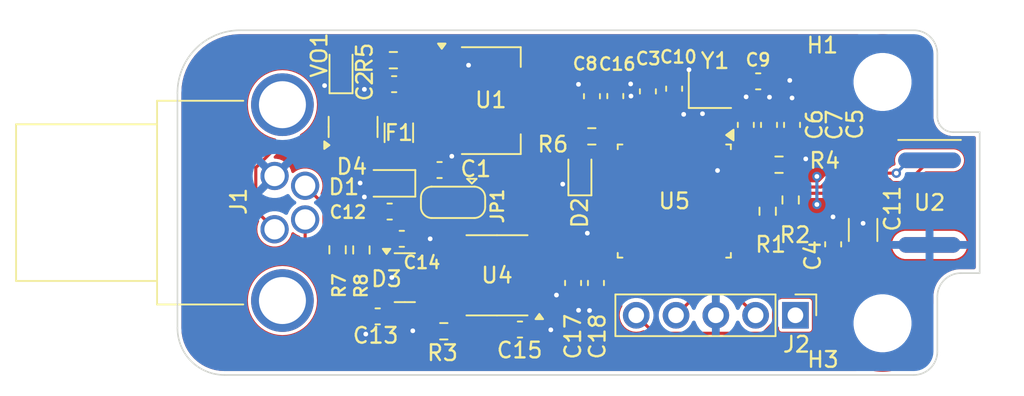
<source format=kicad_pcb>
(kicad_pcb
	(version 20240108)
	(generator "pcbnew")
	(generator_version "8.0")
	(general
		(thickness 1.6)
		(legacy_teardrops no)
	)
	(paper "A4")
	(layers
		(0 "F.Cu" signal)
		(31 "B.Cu" signal)
		(32 "B.Adhes" user "B.Adhesive")
		(33 "F.Adhes" user "F.Adhesive")
		(34 "B.Paste" user)
		(35 "F.Paste" user)
		(36 "B.SilkS" user "B.Silkscreen")
		(37 "F.SilkS" user "F.Silkscreen")
		(38 "B.Mask" user)
		(39 "F.Mask" user)
		(40 "Dwgs.User" user "User.Drawings")
		(41 "Cmts.User" user "User.Comments")
		(42 "Eco1.User" user "User.Eco1")
		(43 "Eco2.User" user "User.Eco2")
		(44 "Edge.Cuts" user)
		(45 "Margin" user)
		(46 "B.CrtYd" user "B.Courtyard")
		(47 "F.CrtYd" user "F.Courtyard")
		(48 "B.Fab" user)
		(49 "F.Fab" user)
		(50 "User.1" user)
		(51 "User.2" user)
		(52 "User.3" user)
		(53 "User.4" user)
		(54 "User.5" user)
		(55 "User.6" user)
		(56 "User.7" user)
		(57 "User.8" user)
		(58 "User.9" user)
	)
	(setup
		(stackup
			(layer "F.SilkS"
				(type "Top Silk Screen")
			)
			(layer "F.Paste"
				(type "Top Solder Paste")
			)
			(layer "F.Mask"
				(type "Top Solder Mask")
				(thickness 0.01)
			)
			(layer "F.Cu"
				(type "copper")
				(thickness 0.035)
			)
			(layer "dielectric 1"
				(type "core")
				(thickness 1.51)
				(material "FR4")
				(epsilon_r 4.5)
				(loss_tangent 0.02)
			)
			(layer "B.Cu"
				(type "copper")
				(thickness 0.035)
			)
			(layer "B.Mask"
				(type "Bottom Solder Mask")
				(thickness 0.01)
			)
			(layer "B.Paste"
				(type "Bottom Solder Paste")
			)
			(layer "B.SilkS"
				(type "Bottom Silk Screen")
			)
			(copper_finish "None")
			(dielectric_constraints no)
		)
		(pad_to_mask_clearance 0)
		(allow_soldermask_bridges_in_footprints no)
		(aux_axis_origin 36 49)
		(pcbplotparams
			(layerselection 0x00010fc_ffffffff)
			(plot_on_all_layers_selection 0x0000000_00000000)
			(disableapertmacros no)
			(usegerberextensions yes)
			(usegerberattributes no)
			(usegerberadvancedattributes no)
			(creategerberjobfile no)
			(dashed_line_dash_ratio 12.000000)
			(dashed_line_gap_ratio 3.000000)
			(svgprecision 4)
			(plotframeref no)
			(viasonmask no)
			(mode 1)
			(useauxorigin yes)
			(hpglpennumber 1)
			(hpglpenspeed 20)
			(hpglpendiameter 15.000000)
			(pdf_front_fp_property_popups yes)
			(pdf_back_fp_property_popups yes)
			(dxfpolygonmode yes)
			(dxfimperialunits yes)
			(dxfusepcbnewfont yes)
			(psnegative no)
			(psa4output no)
			(plotreference yes)
			(plotvalue no)
			(plotfptext yes)
			(plotinvisibletext no)
			(sketchpadsonfab no)
			(subtractmaskfromsilk yes)
			(outputformat 1)
			(mirror no)
			(drillshape 0)
			(scaleselection 1)
			(outputdirectory "gerber")
		)
	)
	(net 0 "")
	(net 1 "+3.3V")
	(net 2 "GND")
	(net 3 "+5V")
	(net 4 "/I2C_SDA")
	(net 5 "/I2C_SCL")
	(net 6 "CAN_H")
	(net 7 "CAN_L")
	(net 8 "Net-(U4-Rs)")
	(net 9 "NRST")
	(net 10 "Net-(U5-PF0)")
	(net 11 "SWDIO")
	(net 12 "Net-(U5-PF1)")
	(net 13 "/Vref")
	(net 14 "Net-(D4-K)")
	(net 15 "Net-(D4-A)")
	(net 16 "Net-(JP1-C)")
	(net 17 "Net-(U5-PB8)")
	(net 18 "unconnected-(U5-PB5-Pad28)")
	(net 19 "unconnected-(U5-PA8-Pad18)")
	(net 20 "unconnected-(U5-PA15-Pad25)")
	(net 21 "SWCLK")
	(net 22 "unconnected-(U5-PA7-Pad13)")
	(net 23 "unconnected-(U5-PA5-Pad11)")
	(net 24 "unconnected-(U5-PA9-Pad19)")
	(net 25 "unconnected-(U5-PA1-Pad7)")
	(net 26 "unconnected-(U5-PB4-Pad27)")
	(net 27 "unconnected-(U5-PA6-Pad12)")
	(net 28 "unconnected-(U5-PA10-Pad20)")
	(net 29 "/CAN_Tx")
	(net 30 "/CAN_Rx")
	(net 31 "unconnected-(U5-PB0-Pad14)")
	(net 32 "unconnected-(U5-PB1-Pad15)")
	(net 33 "unconnected-(U5-PA4-Pad10)")
	(net 34 "Net-(D2-A)")
	(net 35 "unconnected-(U5-PA0-Pad6)")
	(net 36 "/STATUS_LED")
	(net 37 "unconnected-(U5-PA2-Pad8)")
	(net 38 "unconnected-(U5-PB3-Pad26)")
	(net 39 "+3V3")
	(net 40 "Net-(VO1-A)")
	(footprint "Package_TO_SOT_SMD:SOT-23" (layer "F.Cu") (at 146.51 45.79))
	(footprint "Capacitor_SMD:C_0603_1608Metric" (layer "F.Cu") (at 145.545 41.57 180))
	(footprint "Connector_PinHeader_2.54mm:PinHeader_1x05_P2.54mm_Vertical" (layer "F.Cu") (at 171.44 48.19 -90))
	(footprint "Crystal:Crystal_SMD_2016-4Pin_2.0x1.6mm" (layer "F.Cu") (at 165.985 33.81))
	(footprint "FaSTTUBe_connectors:M8_718_4pin_horizontal" (layer "F.Cu") (at 138.2 41 -90))
	(footprint "Capacitor_SMD:C_0603_1608Metric" (layer "F.Cu") (at 153.86 49.1))
	(footprint "MountingHole:MountingHole_3.2mm_M3_DIN965" (layer "F.Cu") (at 177 33.3))
	(footprint "Diode_SMD:D_SOD-323" (layer "F.Cu") (at 145.57 39.77 180))
	(footprint "TTS:TO-39_sidemount" (layer "F.Cu") (at 180 41))
	(footprint "Package_SO:SOIC-8_3.9x4.9mm_P1.27mm" (layer "F.Cu") (at 152.395 45.64 180))
	(footprint "TTS:SOT-23" (layer "F.Cu") (at 143.21 36.17 90))
	(footprint "Resistor_SMD:R_0603_1608Metric" (layer "F.Cu") (at 169.67 41.55 90))
	(footprint "MountingHole:MountingHole_3.2mm_M3_DIN965" (layer "F.Cu") (at 177 48.7))
	(footprint "Resistor_SMD:R_0603_1608Metric" (layer "F.Cu") (at 149 49.21 180))
	(footprint "Resistor_SMD:R_0603_1608Metric" (layer "F.Cu") (at 171.135 40.83 90))
	(footprint "Package_QFP:LQFP-32_7x7mm_P0.8mm" (layer "F.Cu") (at 163.71 40.9 -90))
	(footprint "LED_SMD:LED_0603_1608Metric_Pad1.05x0.95mm_HandSolder" (layer "F.Cu") (at 142.44 32.36 90))
	(footprint "Capacitor_SMD:C_0603_1608Metric" (layer "F.Cu") (at 168.275 36.04 90))
	(footprint "Capacitor_SMD:C_0603_1608Metric" (layer "F.Cu") (at 146.32 43.31 180))
	(footprint "LED_SMD:LED_0603_1608Metric" (layer "F.Cu") (at 157.685 39.05 90))
	(footprint "Fuse:Fuse_1206_3216Metric" (layer "F.Cu") (at 146.13 36.54 -90))
	(footprint "Resistor_SMD:R_0603_1608Metric" (layer "F.Cu") (at 145.78 31.91 180))
	(footprint "Capacitor_SMD:C_0603_1608Metric" (layer "F.Cu") (at 157.25 46.13 -90))
	(footprint "Resistor_SMD:R_0603_1608Metric" (layer "F.Cu") (at 143.74 44.02 90))
	(footprint "Resistor_SMD:R_0603_1608Metric" (layer "F.Cu") (at 170.395 38.58))
	(footprint "Capacitor_SMD:C_0603_1608Metric" (layer "F.Cu") (at 158.455 34.21 90))
	(footprint "Jumper:SolderJumper-3_P1.3mm_Open_RoundedPad1.0x1.5mm" (layer "F.Cu") (at 149.59 40.9825 180))
	(footprint "Capacitor_SMD:C_0603_1608Metric" (layer "F.Cu") (at 163.7 33.73 -90))
	(footprint "Capacitor_SMD:C_0603_1608Metric" (layer "F.Cu") (at 173.85 43.66 90))
	(footprint "Package_TO_SOT_SMD:SOT-223-3_TabPin2" (layer "F.Cu") (at 152 34.49))
	(footprint "Capacitor_SMD:C_1206_3216Metric" (layer "F.Cu") (at 175.76 42.745 90))
	(footprint "Capacitor_SMD:C_0603_1608Metric" (layer "F.Cu") (at 169.065 33.26 180))
	(footprint "Capacitor_SMD:C_0603_1608Metric" (layer "F.Cu") (at 158.71 46.13 -90))
	(footprint "Capacitor_SMD:C_0603_1608Metric" (layer "F.Cu") (at 148.73 38.92))
	(footprint "Resistor_SMD:R_0603_1608Metric" (layer "F.Cu") (at 158.445 36.77 180))
	(footprint "Capacitor_SMD:C_0603_1608Metric" (layer "F.Cu") (at 159.945 34.2 90))
	(footprint "Resistor_SMD:R_0603_1608Metric" (layer "F.Cu") (at 142.22 44.01 -90))
	(footprint "Capacitor_SMD:C_0603_1608Metric" (layer "F.Cu") (at 145.83 33.44 180))
	(footprint "Capacitor_SMD:C_0603_1608Metric" (layer "F.Cu") (at 162.025 33.9 -90))
	(footprint "Capacitor_SMD:C_0603_1608Metric"
		(layer "F.Cu")
		(uuid "f799f0d8-53c8-41b0-ab0d-bc8786e8225b")
		(at 169.755 36.04 90)
		(descr "Capacitor SMD 0603 (1608 Metric), square (rectangular) end terminal, IPC_7351 nominal, (Body size source: IPC-SM-782 page 76, https://www.pcb-3d.com/wordpress/wp-content/uploads/ipc-sm-782a_amendment_1_and_2.pdf), generated with kicad-footprint-generator")
		(tags "capacitor")
		(property "Reference" "C7"
			(at 0 4.17 90)
			(layer "F.SilkS")
			(uuid "ce646771-0a2b-4aa2-bfa9-cea044405c73")
			(effects
				(font
					(size 1 1)
					(thickness 0.15)
				)
			)
		)
		(property "Value" "4.7u"
			(at 0 1.43 90)
			(layer "F.Fab")
			(uuid "fc6c4c72-bdb5-46fb-b4bb-22642a25c161")
			(effects
				(font
					(size 1 1)
					(thickness 0.15)
				)
			)
		)
		(property "Footprint" "Capacitor_SMD:C_0603_1608Metric"
			(at 0 0 90)
			(unlocked yes)
			(layer "F.Fab")
			(hide yes)
			(uuid "7d64e1e9-03e2-4e13-97e2-65d4003b7d9c")
			(effects
				(font
					(size 1.27 1.27)
					(thickness 0.15)
				)
			)
		)
		(property "Datasheet" ""
			(at 0 0 90)
			(unlocked yes)
			(layer "F.Fab")
			(hide yes)
			(uuid "cc3fdb89-739a-4e05-a5b8-39ec390402a5")
			(effects
				(font
					(size 1.27 1.27)
					(thickness 0.15)
				)
			)
		)
		(property "Description" ""
			(at 0 0 90)
			(unlocked yes)
			(layer "F.Fab")
			(hide yes)
			(uuid "8f8bd864-5247-42ec-a757-bfdc2475504f")
			(effects
				(font
					(size 1.27 1.27)
					(thickness 0.15)
				)
			)
		)
		(property "LCSC" "C307331"
			(at 0 0 90)
			(unlocked yes)
			(layer "F.Fab")
			(hide yes)
			(uuid "7ba1aae9-096e-43bd-b1ee-ac2b2d8630ef")
			(effects
				(font
					(size 1 1)
					(thickness 0.15)
				)
			)
		)
		(property ki_fp_filters "C_*")
		(path "/03c70323-fd8c-4a0f-bee3-045c71ce75d3")
		(sheetname "Root")
		(sheetfile "TTS.kicad_sch")
		(attr smd)
		(fp_line
			(start -0.14058 -0.51)
			(end 0.14058 -0.51)
			(stroke
				(width 0.12)
				(type solid)
			)
			(layer "F.SilkS")
			(uuid "5a98640e-5812-45d7-b12d-af1e4304bca7")
		)
		(fp_line
			(start -0.14058 0.51)
			(end 0.14058 0.51)
			(stroke
				(width 0.12)
				(type solid)
			)
			(layer "F.SilkS")
			(uuid "1466c7e4-5a69-4c5d-84cb-5abd2bff22c3")
		)
		(fp_line
			(start 1.48 -0.73)
			(end 1.48 0.73)
			(stroke
				(width 0.05)
				(type solid)
			)
			(layer "F.CrtYd")
			(uuid "2ad5127e-67c6-4a5d-88ef-8f23eddad05b")
		)
		(fp_line
			(start -1.48 -0.73)
			(end 1.48 -0.73)
			(stroke
				(width 0.05)
				(type solid)
			)
			(layer "F.CrtYd")
			(uuid "d4dad208-14a1-4731-9f19-ead8bf982e33")
		)
		(fp_line
			(start 1.48 0.73)
			(end -1.48 0.73)
			(stroke
				(width 0.05)
				(type solid)
			)
			(layer "F.CrtYd")
			(uuid "9ca00a2c-66e5-461b-9c31-fe1a3063b92a")
		)
		(fp_line
			(start -1.48 0.73)
			(end -1.48 -0.73)
			(stroke
				(width 0.05)
				(type solid)
			)
			(layer "F.CrtYd")
			(uuid "348b8e6e-d50c-4a40-a49d-1826cce512d3")
		)
		(fp_line
			(start 0.8 -0.4)
			(end 0.8 0.4)
			(stroke
				(width 0.1)
				(type solid)
			)
			(layer "F.Fab")
			(uuid "0f5fab9c-11d7-48c4-b247-002f0a70536f")
		)
		(fp_line
			(start -0.8 -0.4)
			(end 0.8 -0.4)
			(stroke
				(width 0.1)
				(type solid)
			)
			(layer "F.Fab")
			(uuid "92615bbb-4b24-4ae5-92ba-f4f1a5ecf593")
		)
		(fp_line
			(start 0.8 0.4)
			(end -0.8 0.4)
			(stroke
				(width 0.1)
				(type solid)
			)
			(layer 
... [212418 chars truncated]
</source>
